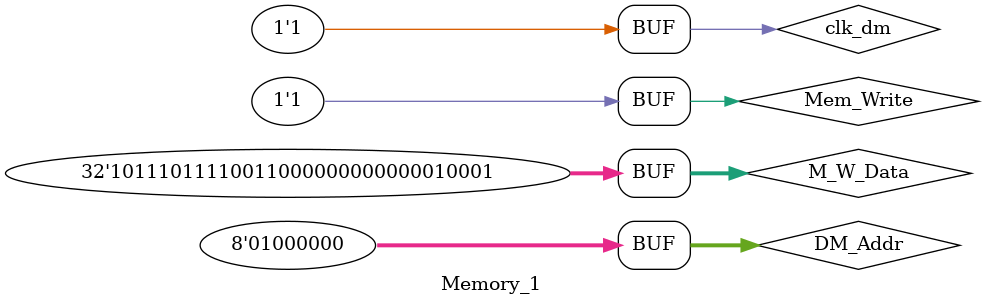
<source format=v>
`timescale 1ns / 1ps


module Memory_1;
    reg clk_dm;
    reg Mem_Write;
    reg [7:0] DM_Addr;
    reg [31:0] M_W_Data;
    wire [31:0] M_R_Data;
    
    Memory uut(
        .clk_dm(clk_dm),
        .Mem_Write(Mem_Write),
        .DM_Addr(DM_Addr),
        .M_W_Data(M_W_Data),
        .M_R_Data(M_R_Data)
        );
     initial
        begin
            clk_dm=0;Mem_Write=0; DM_Addr=8'b0000_0000;   M_W_Data=32'hbbcc0011; 
            #50;
            clk_dm=1;
            #50;
            clk_dm=0; DM_Addr=8'b0000_1010;
            #50;
            clk_dm=1;
            #50;
            clk_dm=0;DM_Addr=8'b10000_00;
            #50;
            clk_dm=1;
            #50;
            clk_dm=0;Mem_Write=1;
            #50;
            clk_dm=1;
        end
endmodule

</source>
